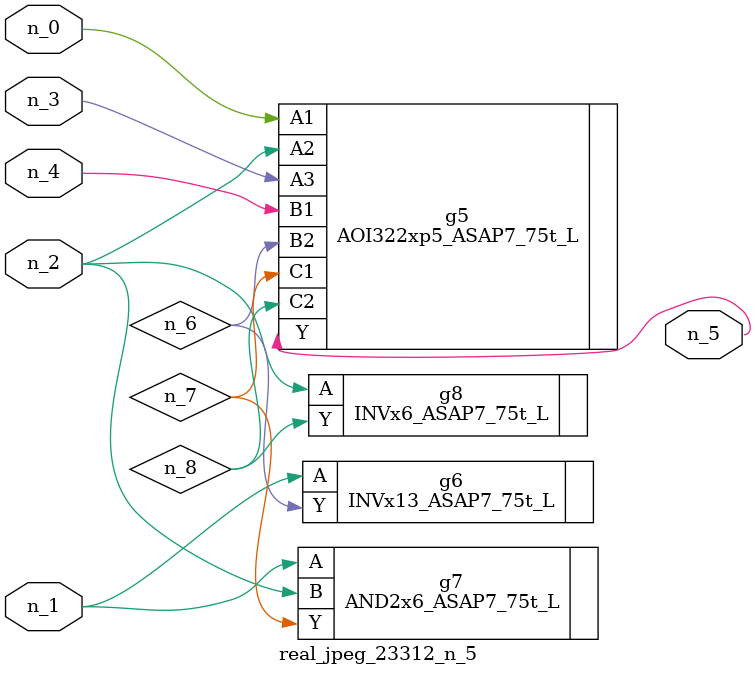
<source format=v>
module real_jpeg_23312_n_5 (n_4, n_0, n_1, n_2, n_3, n_5);

input n_4;
input n_0;
input n_1;
input n_2;
input n_3;

output n_5;

wire n_8;
wire n_6;
wire n_7;

AOI322xp5_ASAP7_75t_L g5 ( 
.A1(n_0),
.A2(n_2),
.A3(n_3),
.B1(n_4),
.B2(n_6),
.C1(n_7),
.C2(n_8),
.Y(n_5)
);

INVx13_ASAP7_75t_L g6 ( 
.A(n_1),
.Y(n_6)
);

AND2x6_ASAP7_75t_L g7 ( 
.A(n_1),
.B(n_2),
.Y(n_7)
);

INVx6_ASAP7_75t_L g8 ( 
.A(n_2),
.Y(n_8)
);


endmodule
</source>
